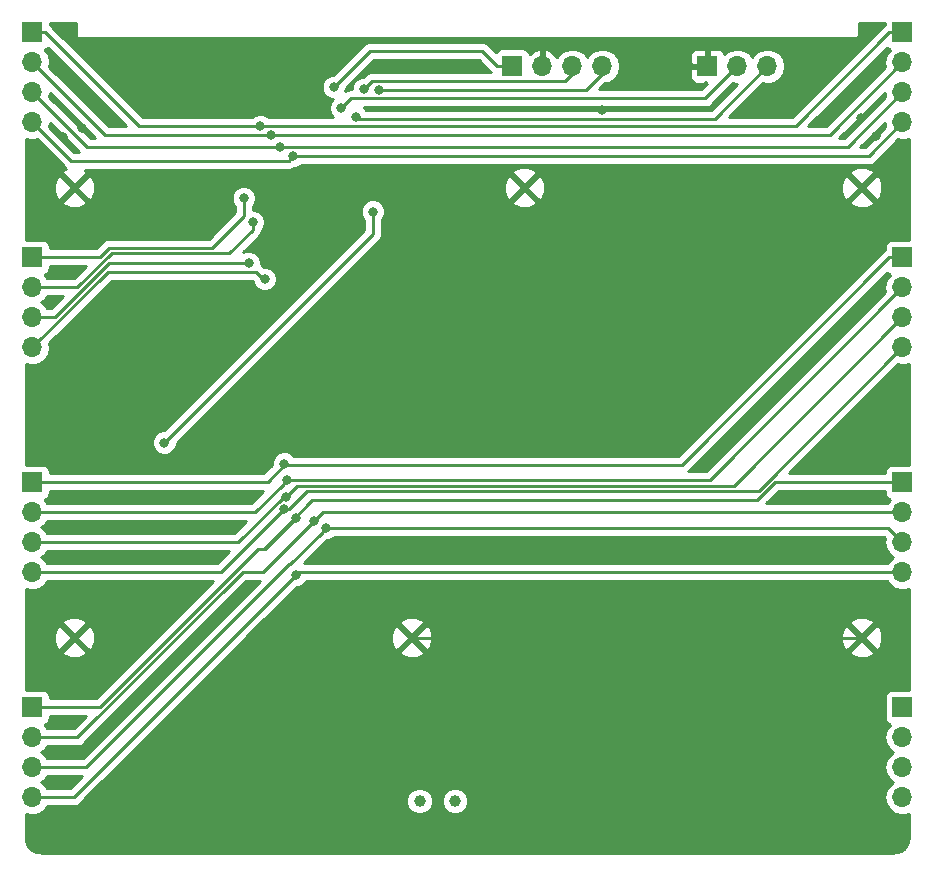
<source format=gbr>
G04 #@! TF.GenerationSoftware,KiCad,Pcbnew,(5.0.0)*
G04 #@! TF.CreationDate,2018-10-27T23:19:20-06:00*
G04 #@! TF.ProjectId,4x4_backpack,3478345F6261636B7061636B2E6B6963,rev?*
G04 #@! TF.SameCoordinates,Original*
G04 #@! TF.FileFunction,Copper,L2,Bot,Signal*
G04 #@! TF.FilePolarity,Positive*
%FSLAX46Y46*%
G04 Gerber Fmt 4.6, Leading zero omitted, Abs format (unit mm)*
G04 Created by KiCad (PCBNEW (5.0.0)) date 10/27/18 23:19:20*
%MOMM*%
%LPD*%
G01*
G04 APERTURE LIST*
G04 #@! TA.AperFunction,ComponentPad*
%ADD10R,1.700000X1.700000*%
G04 #@! TD*
G04 #@! TA.AperFunction,ComponentPad*
%ADD11O,1.700000X1.700000*%
G04 #@! TD*
G04 #@! TA.AperFunction,WasherPad*
%ADD12C,1.000000*%
G04 #@! TD*
G04 #@! TA.AperFunction,ViaPad*
%ADD13C,0.800000*%
G04 #@! TD*
G04 #@! TA.AperFunction,Conductor*
%ADD14C,0.250000*%
G04 #@! TD*
G04 #@! TA.AperFunction,Conductor*
%ADD15C,0.254000*%
G04 #@! TD*
G04 APERTURE END LIST*
D10*
G04 #@! TO.P,J1,1*
G04 #@! TO.N,ROW1*
X77470000Y-82232500D03*
D11*
G04 #@! TO.P,J1,2*
G04 #@! TO.N,ROW2*
X77470000Y-84772500D03*
G04 #@! TO.P,J1,3*
G04 #@! TO.N,ROW3*
X77470000Y-87312500D03*
G04 #@! TO.P,J1,4*
G04 #@! TO.N,ROW4*
X77470000Y-89852500D03*
G04 #@! TD*
G04 #@! TO.P,J2,4*
G04 #@! TO.N,COL4*
X77470000Y-108902500D03*
G04 #@! TO.P,J2,3*
G04 #@! TO.N,COL3*
X77470000Y-106362500D03*
G04 #@! TO.P,J2,2*
G04 #@! TO.N,COL2*
X77470000Y-103822500D03*
D10*
G04 #@! TO.P,J2,1*
G04 #@! TO.N,COL1*
X77470000Y-101282500D03*
G04 #@! TD*
G04 #@! TO.P,J3,1*
G04 #@! TO.N,COL5*
X77470000Y-120332500D03*
D11*
G04 #@! TO.P,J3,2*
G04 #@! TO.N,COL6*
X77470000Y-122872500D03*
G04 #@! TO.P,J3,3*
G04 #@! TO.N,COL7*
X77470000Y-125412500D03*
G04 #@! TO.P,J3,4*
G04 #@! TO.N,COL8*
X77470000Y-127952500D03*
G04 #@! TD*
G04 #@! TO.P,J4,4*
G04 #@! TO.N,COL12*
X77470000Y-147002500D03*
G04 #@! TO.P,J4,3*
G04 #@! TO.N,COL11*
X77470000Y-144462500D03*
G04 #@! TO.P,J4,2*
G04 #@! TO.N,COL10*
X77470000Y-141922500D03*
D10*
G04 #@! TO.P,J4,1*
G04 #@! TO.N,COL9*
X77470000Y-139382500D03*
G04 #@! TD*
G04 #@! TO.P,J5,1*
G04 #@! TO.N,ROW1*
X151130000Y-82232500D03*
D11*
G04 #@! TO.P,J5,2*
G04 #@! TO.N,ROW2*
X151130000Y-84772500D03*
G04 #@! TO.P,J5,3*
G04 #@! TO.N,ROW3*
X151130000Y-87312500D03*
G04 #@! TO.P,J5,4*
G04 #@! TO.N,ROW4*
X151130000Y-89852500D03*
G04 #@! TD*
G04 #@! TO.P,J6,4*
G04 #@! TO.N,COL8*
X151130000Y-108902500D03*
G04 #@! TO.P,J6,3*
G04 #@! TO.N,COL7*
X151130000Y-106362500D03*
G04 #@! TO.P,J6,2*
G04 #@! TO.N,COL6*
X151130000Y-103822500D03*
D10*
G04 #@! TO.P,J6,1*
G04 #@! TO.N,COL5*
X151130000Y-101282500D03*
G04 #@! TD*
G04 #@! TO.P,J7,1*
G04 #@! TO.N,COL9*
X151130000Y-120332500D03*
D11*
G04 #@! TO.P,J7,2*
G04 #@! TO.N,COL10*
X151130000Y-122872500D03*
G04 #@! TO.P,J7,3*
G04 #@! TO.N,COL11*
X151130000Y-125412500D03*
G04 #@! TO.P,J7,4*
G04 #@! TO.N,COL12*
X151130000Y-127952500D03*
G04 #@! TD*
G04 #@! TO.P,J8,4*
G04 #@! TO.N,COL16*
X151130000Y-147002500D03*
G04 #@! TO.P,J8,3*
G04 #@! TO.N,COL15*
X151130000Y-144462500D03*
G04 #@! TO.P,J8,2*
G04 #@! TO.N,COL14*
X151130000Y-141922500D03*
D10*
G04 #@! TO.P,J8,1*
G04 #@! TO.N,COL13*
X151130000Y-139382500D03*
G04 #@! TD*
G04 #@! TO.P,J9,1*
G04 #@! TO.N,VCC*
X118110000Y-85090000D03*
D11*
G04 #@! TO.P,J9,2*
G04 #@! TO.N,GND*
X120650000Y-85090000D03*
G04 #@! TO.P,J9,3*
G04 #@! TO.N,SWDCLK*
X123190000Y-85090000D03*
G04 #@! TO.P,J9,4*
G04 #@! TO.N,SWDIO*
X125730000Y-85090000D03*
G04 #@! TD*
D10*
G04 #@! TO.P,J10,1*
G04 #@! TO.N,GND*
X134620000Y-85090000D03*
D11*
G04 #@! TO.P,J10,2*
G04 #@! TO.N,TXD*
X137160000Y-85090000D03*
G04 #@! TO.P,J10,3*
G04 #@! TO.N,RXD*
X139700000Y-85090000D03*
G04 #@! TD*
D12*
G04 #@! TO.P,SW1,*
G04 #@! TO.N,*
X110260000Y-147320000D03*
X113260000Y-147320000D03*
G04 #@! TD*
D13*
G04 #@! TO.N,ROW1*
X96774000Y-90170000D03*
G04 #@! TO.N,ROW2*
X97663000Y-90932000D03*
G04 #@! TO.N,ROW3*
X98425000Y-91947994D03*
G04 #@! TO.N,ROW4*
X99568000Y-92710000D03*
G04 #@! TO.N,COL4*
X97155000Y-103124000D03*
G04 #@! TO.N,COL3*
X95810480Y-101763990D03*
G04 #@! TO.N,COL2*
X96139000Y-98298000D03*
G04 #@! TO.N,COL1*
X95377000Y-96266000D03*
G04 #@! TO.N,COL5*
X98806000Y-118745000D03*
G04 #@! TO.N,COL6*
X99060000Y-120142002D03*
G04 #@! TO.N,COL7*
X98933000Y-121539000D03*
G04 #@! TO.N,COL8*
X98747307Y-122621133D03*
G04 #@! TO.N,COL12*
X99822001Y-128143001D03*
G04 #@! TO.N,COL11*
X102361998Y-124206000D03*
G04 #@! TO.N,COL10*
X101345998Y-123571000D03*
G04 #@! TO.N,COL9*
X99822000Y-123316992D03*
G04 #@! TO.N,GND*
X99517200Y-99745800D03*
X102387400Y-97993200D03*
X104698800Y-96189800D03*
X107721400Y-102362000D03*
X97713800Y-85623400D03*
X87172800Y-85369400D03*
X141935200Y-86487000D03*
X146227800Y-117627400D03*
X128295400Y-126288800D03*
X84505800Y-121767600D03*
X84378800Y-124129800D03*
X84556600Y-126847600D03*
X141655800Y-111404400D03*
X101193600Y-112649000D03*
X103657400Y-112623600D03*
X97942400Y-96189800D03*
X114503200Y-84995001D03*
X146253200Y-87858600D03*
X147675600Y-89484200D03*
X148894800Y-90982800D03*
X82270600Y-87401400D03*
X81686400Y-90347800D03*
X80060800Y-91135200D03*
X80492600Y-102387400D03*
X79502000Y-104927400D03*
X87452200Y-137388600D03*
X80289400Y-140563600D03*
X80162400Y-145669000D03*
X143738600Y-121564400D03*
X125730000Y-88809990D03*
G04 #@! TO.N,VCC*
X102997000Y-86868000D03*
G04 #@! TO.N,RESET*
X88646000Y-116967000D03*
X106299000Y-97409000D03*
G04 #@! TO.N,SWDCLK*
X105537000Y-87031990D03*
G04 #@! TO.N,SWDIO*
X106807000Y-87085010D03*
G04 #@! TO.N,TXD*
X103632000Y-88646000D03*
G04 #@! TO.N,RXD*
X104902000Y-89408000D03*
G04 #@! TD*
D14*
G04 #@! TO.N,ROW1*
X78570000Y-82232500D02*
X86507500Y-90170000D01*
X86507500Y-90170000D02*
X96774000Y-90170000D01*
X151130000Y-82232500D02*
X150030000Y-82232500D01*
X77470000Y-82232500D02*
X78570000Y-82232500D01*
X150030000Y-82232500D02*
X142092500Y-90170000D01*
X142092500Y-90170000D02*
X96774000Y-90170000D01*
G04 #@! TO.N,ROW2*
X144970500Y-90932000D02*
X98228685Y-90932000D01*
X151130000Y-84772500D02*
X144970500Y-90932000D01*
X98228685Y-90932000D02*
X97663000Y-90932000D01*
X97097315Y-90932000D02*
X97663000Y-90932000D01*
X83629500Y-90932000D02*
X97097315Y-90932000D01*
X77470000Y-84772500D02*
X83629500Y-90932000D01*
G04 #@! TO.N,ROW3*
X77470000Y-87312500D02*
X82105494Y-91947994D01*
X151130000Y-87312500D02*
X146494506Y-91947994D01*
X82105494Y-91947994D02*
X97859315Y-91947994D01*
X98990685Y-91947994D02*
X98425000Y-91947994D01*
X146494506Y-91947994D02*
X98990685Y-91947994D01*
X97859315Y-91947994D02*
X98425000Y-91947994D01*
G04 #@! TO.N,ROW4*
X148272500Y-92710000D02*
X100133685Y-92710000D01*
X151130000Y-89852500D02*
X148272500Y-92710000D01*
X100133685Y-92710000D02*
X99568000Y-92710000D01*
X99168001Y-93109999D02*
X99568000Y-92710000D01*
X77470000Y-89852500D02*
X80727499Y-93109999D01*
X80727499Y-93109999D02*
X99168001Y-93109999D01*
G04 #@! TO.N,COL4*
X96393000Y-102489000D02*
X97028000Y-103124000D01*
X83883500Y-102489000D02*
X96393000Y-102489000D01*
X97028000Y-103124000D02*
X97155000Y-103124000D01*
X77470000Y-108902500D02*
X83883500Y-102489000D01*
G04 #@! TO.N,COL3*
X77470000Y-106362500D02*
X79373589Y-106362500D01*
X83972099Y-101763990D02*
X95244795Y-101763990D01*
X79373589Y-106362500D02*
X83972099Y-101763990D01*
X95244795Y-101763990D02*
X95810480Y-101763990D01*
G04 #@! TO.N,COL2*
X78672081Y-103822500D02*
X77470000Y-103822500D01*
X81277178Y-103822500D02*
X78672081Y-103822500D01*
X84192667Y-100907011D02*
X81277178Y-103822500D01*
X94164989Y-100907011D02*
X84192667Y-100907011D01*
X96139000Y-98298000D02*
X96139000Y-98933000D01*
X96139000Y-98933000D02*
X94164989Y-100907011D01*
G04 #@! TO.N,COL1*
X95377000Y-97790000D02*
X95377000Y-96266000D01*
X92710000Y-100457000D02*
X95377000Y-97790000D01*
X84006267Y-100457000D02*
X92710000Y-100457000D01*
X77470000Y-101282500D02*
X83180768Y-101282499D01*
X83180768Y-101282499D02*
X84006267Y-100457000D01*
G04 #@! TO.N,COL5*
X150030000Y-101282500D02*
X151130000Y-101282500D01*
X132440500Y-118872000D02*
X150030000Y-101282500D01*
X98806000Y-118872000D02*
X132440500Y-118872000D01*
X99060000Y-118745000D02*
X98806000Y-118745000D01*
X98806000Y-118872000D02*
X99187000Y-118872000D01*
X99187000Y-118872000D02*
X99060000Y-118745000D01*
X97409000Y-120269000D02*
X98806000Y-118872000D01*
X77470000Y-120332500D02*
X97345500Y-120332500D01*
X97345500Y-120332500D02*
X97409000Y-120269000D01*
G04 #@! TO.N,COL6*
X96329502Y-122872500D02*
X98660001Y-120542001D01*
X134810498Y-120142002D02*
X99625685Y-120142002D01*
X151130000Y-103822500D02*
X134810498Y-120142002D01*
X98660001Y-120542001D02*
X99060000Y-120142002D01*
X99625685Y-120142002D02*
X99060000Y-120142002D01*
X77470000Y-122872500D02*
X96329502Y-122872500D01*
G04 #@! TO.N,COL7*
X136874515Y-120617985D02*
X99854015Y-120617985D01*
X94882936Y-125412500D02*
X98756436Y-121539000D01*
X98756436Y-121539000D02*
X98933000Y-121539000D01*
X77470000Y-125412500D02*
X94882936Y-125412500D01*
X99854015Y-120617985D02*
X99332999Y-121139001D01*
X151130000Y-106362500D02*
X136874515Y-120617985D01*
X99332999Y-121139001D02*
X98933000Y-121539000D01*
G04 #@! TO.N,COL8*
X98347308Y-123021132D02*
X98747307Y-122621133D01*
X93415940Y-127952500D02*
X98347308Y-123021132D01*
X77470000Y-127952500D02*
X93415940Y-127952500D01*
X138964504Y-121067996D02*
X100744000Y-121067996D01*
X100744000Y-121067996D02*
X99190863Y-122621133D01*
X151130000Y-108902500D02*
X138964504Y-121067996D01*
X99190863Y-122621133D02*
X98747307Y-122621133D01*
G04 #@! TO.N,COL12*
X151130000Y-127952500D02*
X100012502Y-127952500D01*
X99422002Y-128543000D02*
X99822001Y-128143001D01*
X77470000Y-147002500D02*
X80962502Y-147002500D01*
X100012502Y-127952500D02*
X99822001Y-128143001D01*
X80962502Y-147002500D02*
X99422002Y-128543000D01*
G04 #@! TO.N,COL11*
X102927683Y-124206000D02*
X102361998Y-124206000D01*
X151130000Y-125412500D02*
X149923500Y-124206000D01*
X149923500Y-124206000D02*
X102927683Y-124206000D01*
X99219998Y-127290998D02*
X99277000Y-127290998D01*
X99277000Y-127290998D02*
X101961999Y-124605999D01*
X101961999Y-124605999D02*
X102361998Y-124206000D01*
X77470000Y-144462500D02*
X82048496Y-144462500D01*
X82048496Y-144462500D02*
X99219998Y-127290998D01*
G04 #@! TO.N,COL10*
X96995985Y-127921013D02*
X100945999Y-123970999D01*
X102044498Y-122872500D02*
X101745997Y-123171001D01*
X77470000Y-141922500D02*
X81277178Y-141922500D01*
X151130000Y-122872500D02*
X102044498Y-122872500D01*
X101745997Y-123171001D02*
X101345998Y-123571000D01*
X100945999Y-123970999D02*
X101345998Y-123571000D01*
X95278665Y-127921013D02*
X96995985Y-127921013D01*
X81277178Y-141922500D02*
X95278665Y-127921013D01*
G04 #@! TO.N,COL9*
X83180767Y-139382500D02*
X96616265Y-125947002D01*
X77470000Y-139382500D02*
X83180767Y-139382500D01*
X96616265Y-125947002D02*
X96774000Y-125947002D01*
X150030000Y-120332500D02*
X151130000Y-120332500D01*
X140336411Y-120332500D02*
X150030000Y-120332500D01*
X138806900Y-121862011D02*
X140336411Y-120332500D01*
X101149989Y-121862011D02*
X138806900Y-121862011D01*
X96774000Y-125947002D02*
X97064998Y-125947002D01*
X97064998Y-125947002D02*
X101149989Y-121862011D01*
X97191990Y-125947002D02*
X99422001Y-123716991D01*
X97064998Y-125947002D02*
X97191990Y-125947002D01*
X99422001Y-123716991D02*
X99822000Y-123316992D01*
G04 #@! TO.N,GND*
X147701000Y-133477000D02*
X109601000Y-133477000D01*
G04 #@! TO.N,VCC*
X116840000Y-85090000D02*
X118110000Y-85090000D01*
X115570000Y-83820000D02*
X116840000Y-85090000D01*
X102997000Y-86868000D02*
X106045000Y-83820000D01*
X106045000Y-83820000D02*
X115570000Y-83820000D01*
G04 #@! TO.N,RESET*
X88646000Y-116967000D02*
X106299000Y-99314000D01*
X106299000Y-99314000D02*
X106299000Y-97409000D01*
G04 #@! TO.N,SWDCLK*
X105936999Y-86631991D02*
X105537000Y-87031990D01*
X106208990Y-86360000D02*
X105936999Y-86631991D01*
X122555000Y-86360000D02*
X106208990Y-86360000D01*
X123190000Y-85090000D02*
X123190000Y-85725000D01*
X123190000Y-85725000D02*
X122555000Y-86360000D01*
G04 #@! TO.N,SWDIO*
X107372685Y-87085010D02*
X106807000Y-87085010D01*
X124369990Y-87085010D02*
X107372685Y-87085010D01*
X125730000Y-85090000D02*
X125730000Y-85725000D01*
X125730000Y-85725000D02*
X124369990Y-87085010D01*
G04 #@! TO.N,TXD*
X104467988Y-87810012D02*
X104031999Y-88246001D01*
X137160000Y-85090000D02*
X134439988Y-87810012D01*
X104031999Y-88246001D02*
X103632000Y-88646000D01*
X134439988Y-87810012D02*
X104467988Y-87810012D01*
G04 #@! TO.N,RXD*
X139700000Y-85090000D02*
X139700000Y-84455000D01*
X135255000Y-89535000D02*
X139700000Y-85090000D01*
X105029000Y-89535000D02*
X135255000Y-89535000D01*
X104902000Y-89408000D02*
X105029000Y-89535000D01*
G04 #@! TD*
D15*
G04 #@! TO.N,GND*
G36*
X150059375Y-129023125D02*
X150550582Y-129351339D01*
X150983744Y-129437500D01*
X151276256Y-129437500D01*
X151690000Y-129355201D01*
X151690000Y-137885060D01*
X150280000Y-137885060D01*
X150032235Y-137934343D01*
X149822191Y-138074691D01*
X149681843Y-138284735D01*
X149632560Y-138532500D01*
X149632560Y-140232500D01*
X149681843Y-140480265D01*
X149822191Y-140690309D01*
X150032235Y-140830657D01*
X150077619Y-140839684D01*
X150059375Y-140851875D01*
X149731161Y-141343082D01*
X149615908Y-141922500D01*
X149731161Y-142501918D01*
X150059375Y-142993125D01*
X150357761Y-143192500D01*
X150059375Y-143391875D01*
X149731161Y-143883082D01*
X149615908Y-144462500D01*
X149731161Y-145041918D01*
X150059375Y-145533125D01*
X150357761Y-145732500D01*
X150059375Y-145931875D01*
X149731161Y-146423082D01*
X149615908Y-147002500D01*
X149731161Y-147581918D01*
X150059375Y-148073125D01*
X150550582Y-148401339D01*
X150983744Y-148487500D01*
X151276256Y-148487500D01*
X151690000Y-148405201D01*
X151690000Y-150328773D01*
X151673751Y-150381922D01*
X151672423Y-150390803D01*
X151610774Y-150821276D01*
X151474352Y-151121322D01*
X151259200Y-151371018D01*
X150982614Y-151550292D01*
X150642479Y-151652013D01*
X150440530Y-151667021D01*
X150336016Y-151690000D01*
X78271227Y-151690000D01*
X78218078Y-151673751D01*
X78209197Y-151672423D01*
X77778724Y-151610774D01*
X77478678Y-151474352D01*
X77228982Y-151259200D01*
X77049708Y-150982614D01*
X76947987Y-150642479D01*
X76932979Y-150440530D01*
X76910000Y-150336016D01*
X76910000Y-148405201D01*
X77323744Y-148487500D01*
X77616256Y-148487500D01*
X78049418Y-148401339D01*
X78540625Y-148073125D01*
X78748178Y-147762500D01*
X80887655Y-147762500D01*
X80962502Y-147777388D01*
X81037349Y-147762500D01*
X81037354Y-147762500D01*
X81259039Y-147718404D01*
X81510431Y-147550429D01*
X81552833Y-147486970D01*
X81945569Y-147094234D01*
X109125000Y-147094234D01*
X109125000Y-147545766D01*
X109297793Y-147962926D01*
X109617074Y-148282207D01*
X110034234Y-148455000D01*
X110485766Y-148455000D01*
X110902926Y-148282207D01*
X111222207Y-147962926D01*
X111395000Y-147545766D01*
X111395000Y-147094234D01*
X112125000Y-147094234D01*
X112125000Y-147545766D01*
X112297793Y-147962926D01*
X112617074Y-148282207D01*
X113034234Y-148455000D01*
X113485766Y-148455000D01*
X113902926Y-148282207D01*
X114222207Y-147962926D01*
X114395000Y-147545766D01*
X114395000Y-147094234D01*
X114222207Y-146677074D01*
X113902926Y-146357793D01*
X113485766Y-146185000D01*
X113034234Y-146185000D01*
X112617074Y-146357793D01*
X112297793Y-146677074D01*
X112125000Y-147094234D01*
X111395000Y-147094234D01*
X111222207Y-146677074D01*
X110902926Y-146357793D01*
X110485766Y-146185000D01*
X110034234Y-146185000D01*
X109617074Y-146357793D01*
X109297793Y-146677074D01*
X109125000Y-147094234D01*
X81945569Y-147094234D01*
X94337935Y-134701868D01*
X108555737Y-134701868D01*
X108666641Y-134979099D01*
X109312593Y-135222323D01*
X110002453Y-135199836D01*
X110535359Y-134979099D01*
X110646263Y-134701868D01*
X146655737Y-134701868D01*
X146766641Y-134979099D01*
X147412593Y-135222323D01*
X148102453Y-135199836D01*
X148635359Y-134979099D01*
X148746263Y-134701868D01*
X147701000Y-133656605D01*
X146655737Y-134701868D01*
X110646263Y-134701868D01*
X109601000Y-133656605D01*
X108555737Y-134701868D01*
X94337935Y-134701868D01*
X95851210Y-133188593D01*
X107855677Y-133188593D01*
X107878164Y-133878453D01*
X108098901Y-134411359D01*
X108376132Y-134522263D01*
X109421395Y-133477000D01*
X109780605Y-133477000D01*
X110825868Y-134522263D01*
X111103099Y-134411359D01*
X111346323Y-133765407D01*
X111327521Y-133188593D01*
X145955677Y-133188593D01*
X145978164Y-133878453D01*
X146198901Y-134411359D01*
X146476132Y-134522263D01*
X147521395Y-133477000D01*
X147880605Y-133477000D01*
X148925868Y-134522263D01*
X149203099Y-134411359D01*
X149446323Y-133765407D01*
X149423836Y-133075547D01*
X149203099Y-132542641D01*
X148925868Y-132431737D01*
X147880605Y-133477000D01*
X147521395Y-133477000D01*
X146476132Y-132431737D01*
X146198901Y-132542641D01*
X145955677Y-133188593D01*
X111327521Y-133188593D01*
X111323836Y-133075547D01*
X111103099Y-132542641D01*
X110825868Y-132431737D01*
X109780605Y-133477000D01*
X109421395Y-133477000D01*
X108376132Y-132431737D01*
X108098901Y-132542641D01*
X107855677Y-133188593D01*
X95851210Y-133188593D01*
X96787671Y-132252132D01*
X108555737Y-132252132D01*
X109601000Y-133297395D01*
X110646263Y-132252132D01*
X146655737Y-132252132D01*
X147701000Y-133297395D01*
X148746263Y-132252132D01*
X148635359Y-131974901D01*
X147989407Y-131731677D01*
X147299547Y-131754164D01*
X146766641Y-131974901D01*
X146655737Y-132252132D01*
X110646263Y-132252132D01*
X110535359Y-131974901D01*
X109889407Y-131731677D01*
X109199547Y-131754164D01*
X108666641Y-131974901D01*
X108555737Y-132252132D01*
X96787671Y-132252132D01*
X99861803Y-129178001D01*
X100027875Y-129178001D01*
X100408281Y-129020432D01*
X100699432Y-128729281D01*
X100706383Y-128712500D01*
X149851822Y-128712500D01*
X150059375Y-129023125D01*
X150059375Y-129023125D01*
G37*
X150059375Y-129023125D02*
X150550582Y-129351339D01*
X150983744Y-129437500D01*
X151276256Y-129437500D01*
X151690000Y-129355201D01*
X151690000Y-137885060D01*
X150280000Y-137885060D01*
X150032235Y-137934343D01*
X149822191Y-138074691D01*
X149681843Y-138284735D01*
X149632560Y-138532500D01*
X149632560Y-140232500D01*
X149681843Y-140480265D01*
X149822191Y-140690309D01*
X150032235Y-140830657D01*
X150077619Y-140839684D01*
X150059375Y-140851875D01*
X149731161Y-141343082D01*
X149615908Y-141922500D01*
X149731161Y-142501918D01*
X150059375Y-142993125D01*
X150357761Y-143192500D01*
X150059375Y-143391875D01*
X149731161Y-143883082D01*
X149615908Y-144462500D01*
X149731161Y-145041918D01*
X150059375Y-145533125D01*
X150357761Y-145732500D01*
X150059375Y-145931875D01*
X149731161Y-146423082D01*
X149615908Y-147002500D01*
X149731161Y-147581918D01*
X150059375Y-148073125D01*
X150550582Y-148401339D01*
X150983744Y-148487500D01*
X151276256Y-148487500D01*
X151690000Y-148405201D01*
X151690000Y-150328773D01*
X151673751Y-150381922D01*
X151672423Y-150390803D01*
X151610774Y-150821276D01*
X151474352Y-151121322D01*
X151259200Y-151371018D01*
X150982614Y-151550292D01*
X150642479Y-151652013D01*
X150440530Y-151667021D01*
X150336016Y-151690000D01*
X78271227Y-151690000D01*
X78218078Y-151673751D01*
X78209197Y-151672423D01*
X77778724Y-151610774D01*
X77478678Y-151474352D01*
X77228982Y-151259200D01*
X77049708Y-150982614D01*
X76947987Y-150642479D01*
X76932979Y-150440530D01*
X76910000Y-150336016D01*
X76910000Y-148405201D01*
X77323744Y-148487500D01*
X77616256Y-148487500D01*
X78049418Y-148401339D01*
X78540625Y-148073125D01*
X78748178Y-147762500D01*
X80887655Y-147762500D01*
X80962502Y-147777388D01*
X81037349Y-147762500D01*
X81037354Y-147762500D01*
X81259039Y-147718404D01*
X81510431Y-147550429D01*
X81552833Y-147486970D01*
X81945569Y-147094234D01*
X109125000Y-147094234D01*
X109125000Y-147545766D01*
X109297793Y-147962926D01*
X109617074Y-148282207D01*
X110034234Y-148455000D01*
X110485766Y-148455000D01*
X110902926Y-148282207D01*
X111222207Y-147962926D01*
X111395000Y-147545766D01*
X111395000Y-147094234D01*
X112125000Y-147094234D01*
X112125000Y-147545766D01*
X112297793Y-147962926D01*
X112617074Y-148282207D01*
X113034234Y-148455000D01*
X113485766Y-148455000D01*
X113902926Y-148282207D01*
X114222207Y-147962926D01*
X114395000Y-147545766D01*
X114395000Y-147094234D01*
X114222207Y-146677074D01*
X113902926Y-146357793D01*
X113485766Y-146185000D01*
X113034234Y-146185000D01*
X112617074Y-146357793D01*
X112297793Y-146677074D01*
X112125000Y-147094234D01*
X111395000Y-147094234D01*
X111222207Y-146677074D01*
X110902926Y-146357793D01*
X110485766Y-146185000D01*
X110034234Y-146185000D01*
X109617074Y-146357793D01*
X109297793Y-146677074D01*
X109125000Y-147094234D01*
X81945569Y-147094234D01*
X94337935Y-134701868D01*
X108555737Y-134701868D01*
X108666641Y-134979099D01*
X109312593Y-135222323D01*
X110002453Y-135199836D01*
X110535359Y-134979099D01*
X110646263Y-134701868D01*
X146655737Y-134701868D01*
X146766641Y-134979099D01*
X147412593Y-135222323D01*
X148102453Y-135199836D01*
X148635359Y-134979099D01*
X148746263Y-134701868D01*
X147701000Y-133656605D01*
X146655737Y-134701868D01*
X110646263Y-134701868D01*
X109601000Y-133656605D01*
X108555737Y-134701868D01*
X94337935Y-134701868D01*
X95851210Y-133188593D01*
X107855677Y-133188593D01*
X107878164Y-133878453D01*
X108098901Y-134411359D01*
X108376132Y-134522263D01*
X109421395Y-133477000D01*
X109780605Y-133477000D01*
X110825868Y-134522263D01*
X111103099Y-134411359D01*
X111346323Y-133765407D01*
X111327521Y-133188593D01*
X145955677Y-133188593D01*
X145978164Y-133878453D01*
X146198901Y-134411359D01*
X146476132Y-134522263D01*
X147521395Y-133477000D01*
X147880605Y-133477000D01*
X148925868Y-134522263D01*
X149203099Y-134411359D01*
X149446323Y-133765407D01*
X149423836Y-133075547D01*
X149203099Y-132542641D01*
X148925868Y-132431737D01*
X147880605Y-133477000D01*
X147521395Y-133477000D01*
X146476132Y-132431737D01*
X146198901Y-132542641D01*
X145955677Y-133188593D01*
X111327521Y-133188593D01*
X111323836Y-133075547D01*
X111103099Y-132542641D01*
X110825868Y-132431737D01*
X109780605Y-133477000D01*
X109421395Y-133477000D01*
X108376132Y-132431737D01*
X108098901Y-132542641D01*
X107855677Y-133188593D01*
X95851210Y-133188593D01*
X96787671Y-132252132D01*
X108555737Y-132252132D01*
X109601000Y-133297395D01*
X110646263Y-132252132D01*
X146655737Y-132252132D01*
X147701000Y-133297395D01*
X148746263Y-132252132D01*
X148635359Y-131974901D01*
X147989407Y-131731677D01*
X147299547Y-131754164D01*
X146766641Y-131974901D01*
X146655737Y-132252132D01*
X110646263Y-132252132D01*
X110535359Y-131974901D01*
X109889407Y-131731677D01*
X109199547Y-131754164D01*
X108666641Y-131974901D01*
X108555737Y-132252132D01*
X96787671Y-132252132D01*
X99861803Y-129178001D01*
X100027875Y-129178001D01*
X100408281Y-129020432D01*
X100699432Y-128729281D01*
X100706383Y-128712500D01*
X149851822Y-128712500D01*
X150059375Y-129023125D01*
G36*
X80647701Y-146242500D02*
X78748178Y-146242500D01*
X78540625Y-145931875D01*
X78242239Y-145732500D01*
X78540625Y-145533125D01*
X78748178Y-145222500D01*
X81667701Y-145222500D01*
X80647701Y-146242500D01*
X80647701Y-146242500D01*
G37*
X80647701Y-146242500D02*
X78748178Y-146242500D01*
X78540625Y-145931875D01*
X78242239Y-145732500D01*
X78540625Y-145533125D01*
X78748178Y-145222500D01*
X81667701Y-145222500D01*
X80647701Y-146242500D01*
G36*
X81733695Y-143702500D02*
X78748178Y-143702500D01*
X78540625Y-143391875D01*
X78242239Y-143192500D01*
X78540625Y-142993125D01*
X78748178Y-142682500D01*
X81202331Y-142682500D01*
X81277178Y-142697388D01*
X81352025Y-142682500D01*
X81352030Y-142682500D01*
X81573715Y-142638404D01*
X81825107Y-142470429D01*
X81867509Y-142406970D01*
X95593467Y-128681013D01*
X96755181Y-128681013D01*
X81733695Y-143702500D01*
X81733695Y-143702500D01*
G37*
X81733695Y-143702500D02*
X78748178Y-143702500D01*
X78540625Y-143391875D01*
X78242239Y-143192500D01*
X78540625Y-142993125D01*
X78748178Y-142682500D01*
X81202331Y-142682500D01*
X81277178Y-142697388D01*
X81352025Y-142682500D01*
X81352030Y-142682500D01*
X81573715Y-142638404D01*
X81825107Y-142470429D01*
X81867509Y-142406970D01*
X95593467Y-128681013D01*
X96755181Y-128681013D01*
X81733695Y-143702500D01*
G36*
X80962377Y-141162500D02*
X78748178Y-141162500D01*
X78540625Y-140851875D01*
X78522381Y-140839684D01*
X78567765Y-140830657D01*
X78777809Y-140690309D01*
X78918157Y-140480265D01*
X78967440Y-140232500D01*
X78967440Y-140142500D01*
X81982377Y-140142500D01*
X80962377Y-141162500D01*
X80962377Y-141162500D01*
G37*
X80962377Y-141162500D02*
X78748178Y-141162500D01*
X78540625Y-140851875D01*
X78522381Y-140839684D01*
X78567765Y-140830657D01*
X78777809Y-140690309D01*
X78918157Y-140480265D01*
X78967440Y-140232500D01*
X78967440Y-140142500D01*
X81982377Y-140142500D01*
X80962377Y-141162500D01*
G36*
X82865966Y-138622500D02*
X78967440Y-138622500D01*
X78967440Y-138532500D01*
X78918157Y-138284735D01*
X78777809Y-138074691D01*
X78567765Y-137934343D01*
X78320000Y-137885060D01*
X76910000Y-137885060D01*
X76910000Y-134701868D01*
X79980737Y-134701868D01*
X80091641Y-134979099D01*
X80737593Y-135222323D01*
X81427453Y-135199836D01*
X81960359Y-134979099D01*
X82071263Y-134701868D01*
X81026000Y-133656605D01*
X79980737Y-134701868D01*
X76910000Y-134701868D01*
X76910000Y-133188593D01*
X79280677Y-133188593D01*
X79303164Y-133878453D01*
X79523901Y-134411359D01*
X79801132Y-134522263D01*
X80846395Y-133477000D01*
X81205605Y-133477000D01*
X82250868Y-134522263D01*
X82528099Y-134411359D01*
X82771323Y-133765407D01*
X82748836Y-133075547D01*
X82528099Y-132542641D01*
X82250868Y-132431737D01*
X81205605Y-133477000D01*
X80846395Y-133477000D01*
X79801132Y-132431737D01*
X79523901Y-132542641D01*
X79280677Y-133188593D01*
X76910000Y-133188593D01*
X76910000Y-132252132D01*
X79980737Y-132252132D01*
X81026000Y-133297395D01*
X82071263Y-132252132D01*
X81960359Y-131974901D01*
X81314407Y-131731677D01*
X80624547Y-131754164D01*
X80091641Y-131974901D01*
X79980737Y-132252132D01*
X76910000Y-132252132D01*
X76910000Y-129355201D01*
X77323744Y-129437500D01*
X77616256Y-129437500D01*
X78049418Y-129351339D01*
X78540625Y-129023125D01*
X78748178Y-128712500D01*
X92775964Y-128712500D01*
X82865966Y-138622500D01*
X82865966Y-138622500D01*
G37*
X82865966Y-138622500D02*
X78967440Y-138622500D01*
X78967440Y-138532500D01*
X78918157Y-138284735D01*
X78777809Y-138074691D01*
X78567765Y-137934343D01*
X78320000Y-137885060D01*
X76910000Y-137885060D01*
X76910000Y-134701868D01*
X79980737Y-134701868D01*
X80091641Y-134979099D01*
X80737593Y-135222323D01*
X81427453Y-135199836D01*
X81960359Y-134979099D01*
X82071263Y-134701868D01*
X81026000Y-133656605D01*
X79980737Y-134701868D01*
X76910000Y-134701868D01*
X76910000Y-133188593D01*
X79280677Y-133188593D01*
X79303164Y-133878453D01*
X79523901Y-134411359D01*
X79801132Y-134522263D01*
X80846395Y-133477000D01*
X81205605Y-133477000D01*
X82250868Y-134522263D01*
X82528099Y-134411359D01*
X82771323Y-133765407D01*
X82748836Y-133075547D01*
X82528099Y-132542641D01*
X82250868Y-132431737D01*
X81205605Y-133477000D01*
X80846395Y-133477000D01*
X79801132Y-132431737D01*
X79523901Y-132542641D01*
X79280677Y-133188593D01*
X76910000Y-133188593D01*
X76910000Y-132252132D01*
X79980737Y-132252132D01*
X81026000Y-133297395D01*
X82071263Y-132252132D01*
X81960359Y-131974901D01*
X81314407Y-131731677D01*
X80624547Y-131754164D01*
X80091641Y-131974901D01*
X79980737Y-132252132D01*
X76910000Y-132252132D01*
X76910000Y-129355201D01*
X77323744Y-129437500D01*
X77616256Y-129437500D01*
X78049418Y-129351339D01*
X78540625Y-129023125D01*
X78748178Y-128712500D01*
X92775964Y-128712500D01*
X82865966Y-138622500D01*
G36*
X149688791Y-125046092D02*
X149615908Y-125412500D01*
X149731161Y-125991918D01*
X150059375Y-126483125D01*
X150357761Y-126682500D01*
X150059375Y-126881875D01*
X149851822Y-127192500D01*
X100450299Y-127192500D01*
X102401800Y-125241000D01*
X102567872Y-125241000D01*
X102948278Y-125083431D01*
X103065709Y-124966000D01*
X149608699Y-124966000D01*
X149688791Y-125046092D01*
X149688791Y-125046092D01*
G37*
X149688791Y-125046092D02*
X149615908Y-125412500D01*
X149731161Y-125991918D01*
X150059375Y-126483125D01*
X150357761Y-126682500D01*
X150059375Y-126881875D01*
X149851822Y-127192500D01*
X100450299Y-127192500D01*
X102401800Y-125241000D01*
X102567872Y-125241000D01*
X102948278Y-125083431D01*
X103065709Y-124966000D01*
X149608699Y-124966000D01*
X149688791Y-125046092D01*
G36*
X93101139Y-127192500D02*
X78748178Y-127192500D01*
X78540625Y-126881875D01*
X78242239Y-126682500D01*
X78540625Y-126483125D01*
X78748178Y-126172500D01*
X94121139Y-126172500D01*
X93101139Y-127192500D01*
X93101139Y-127192500D01*
G37*
X93101139Y-127192500D02*
X78748178Y-127192500D01*
X78540625Y-126881875D01*
X78242239Y-126682500D01*
X78540625Y-126483125D01*
X78748178Y-126172500D01*
X94121139Y-126172500D01*
X93101139Y-127192500D01*
G36*
X94568135Y-124652500D02*
X78748178Y-124652500D01*
X78540625Y-124341875D01*
X78242239Y-124142500D01*
X78540625Y-123943125D01*
X78748178Y-123632500D01*
X95588135Y-123632500D01*
X94568135Y-124652500D01*
X94568135Y-124652500D01*
G37*
X94568135Y-124652500D02*
X78748178Y-124652500D01*
X78540625Y-124341875D01*
X78242239Y-124142500D01*
X78540625Y-123943125D01*
X78748178Y-123632500D01*
X95588135Y-123632500D01*
X94568135Y-124652500D01*
G36*
X96014701Y-122112500D02*
X78748178Y-122112500D01*
X78540625Y-121801875D01*
X78522381Y-121789684D01*
X78567765Y-121780657D01*
X78777809Y-121640309D01*
X78918157Y-121430265D01*
X78967440Y-121182500D01*
X78967440Y-121092500D01*
X97034700Y-121092500D01*
X96014701Y-122112500D01*
X96014701Y-122112500D01*
G37*
X96014701Y-122112500D02*
X78748178Y-122112500D01*
X78540625Y-121801875D01*
X78522381Y-121789684D01*
X78567765Y-121780657D01*
X78777809Y-121640309D01*
X78918157Y-121430265D01*
X78967440Y-121182500D01*
X78967440Y-121092500D01*
X97034700Y-121092500D01*
X96014701Y-122112500D01*
G36*
X149632560Y-121182500D02*
X149681843Y-121430265D01*
X149822191Y-121640309D01*
X150032235Y-121780657D01*
X150077619Y-121789684D01*
X150059375Y-121801875D01*
X149851822Y-122112500D01*
X139631212Y-122112500D01*
X140651213Y-121092500D01*
X149632560Y-121092500D01*
X149632560Y-121182500D01*
X149632560Y-121182500D01*
G37*
X149632560Y-121182500D02*
X149681843Y-121430265D01*
X149822191Y-121640309D01*
X150032235Y-121780657D01*
X150077619Y-121789684D01*
X150059375Y-121801875D01*
X149851822Y-122112500D01*
X139631212Y-122112500D01*
X140651213Y-121092500D01*
X149632560Y-121092500D01*
X149632560Y-121182500D01*
G36*
X151690000Y-118835060D02*
X150280000Y-118835060D01*
X150032235Y-118884343D01*
X149822191Y-119024691D01*
X149681843Y-119234735D01*
X149632560Y-119482500D01*
X149632560Y-119572500D01*
X141534801Y-119572500D01*
X150763593Y-110343709D01*
X150983744Y-110387500D01*
X151276256Y-110387500D01*
X151690001Y-110305201D01*
X151690000Y-118835060D01*
X151690000Y-118835060D01*
G37*
X151690000Y-118835060D02*
X150280000Y-118835060D01*
X150032235Y-118884343D01*
X149822191Y-119024691D01*
X149681843Y-119234735D01*
X149632560Y-119482500D01*
X149632560Y-119572500D01*
X141534801Y-119572500D01*
X150763593Y-110343709D01*
X150983744Y-110387500D01*
X151276256Y-110387500D01*
X151690001Y-110305201D01*
X151690000Y-118835060D01*
G36*
X151690001Y-99785060D02*
X150280000Y-99785060D01*
X150032235Y-99834343D01*
X149822191Y-99974691D01*
X149681843Y-100184735D01*
X149632560Y-100432500D01*
X149632560Y-100634017D01*
X149545526Y-100692171D01*
X149545524Y-100692173D01*
X149482071Y-100734571D01*
X149439673Y-100798024D01*
X132125699Y-118112000D01*
X99636711Y-118112000D01*
X99392280Y-117867569D01*
X99011874Y-117710000D01*
X98600126Y-117710000D01*
X98219720Y-117867569D01*
X97928569Y-118158720D01*
X97771000Y-118539126D01*
X97771000Y-118832198D01*
X97030699Y-119572500D01*
X78967440Y-119572500D01*
X78967440Y-119482500D01*
X78918157Y-119234735D01*
X78777809Y-119024691D01*
X78567765Y-118884343D01*
X78320000Y-118835060D01*
X76910000Y-118835060D01*
X76910000Y-116761126D01*
X87611000Y-116761126D01*
X87611000Y-117172874D01*
X87768569Y-117553280D01*
X88059720Y-117844431D01*
X88440126Y-118002000D01*
X88851874Y-118002000D01*
X89232280Y-117844431D01*
X89523431Y-117553280D01*
X89681000Y-117172874D01*
X89681000Y-117006801D01*
X106783473Y-99904329D01*
X106846929Y-99861929D01*
X107014904Y-99610537D01*
X107059000Y-99388852D01*
X107059000Y-99388848D01*
X107073888Y-99314001D01*
X107059000Y-99239154D01*
X107059000Y-98112711D01*
X107176431Y-97995280D01*
X107334000Y-97614874D01*
X107334000Y-97203126D01*
X107176431Y-96822720D01*
X106955579Y-96601868D01*
X118080737Y-96601868D01*
X118191641Y-96879099D01*
X118837593Y-97122323D01*
X119527453Y-97099836D01*
X120060359Y-96879099D01*
X120171263Y-96601868D01*
X146655737Y-96601868D01*
X146766641Y-96879099D01*
X147412593Y-97122323D01*
X148102453Y-97099836D01*
X148635359Y-96879099D01*
X148746263Y-96601868D01*
X147701000Y-95556605D01*
X146655737Y-96601868D01*
X120171263Y-96601868D01*
X119126000Y-95556605D01*
X118080737Y-96601868D01*
X106955579Y-96601868D01*
X106885280Y-96531569D01*
X106504874Y-96374000D01*
X106093126Y-96374000D01*
X105712720Y-96531569D01*
X105421569Y-96822720D01*
X105264000Y-97203126D01*
X105264000Y-97614874D01*
X105421569Y-97995280D01*
X105539001Y-98112712D01*
X105539000Y-98999198D01*
X88606199Y-115932000D01*
X88440126Y-115932000D01*
X88059720Y-116089569D01*
X87768569Y-116380720D01*
X87611000Y-116761126D01*
X76910000Y-116761126D01*
X76910000Y-110305201D01*
X77323744Y-110387500D01*
X77616256Y-110387500D01*
X78049418Y-110301339D01*
X78540625Y-109973125D01*
X78868839Y-109481918D01*
X78984092Y-108902500D01*
X78911209Y-108536092D01*
X84198302Y-103249000D01*
X96078199Y-103249000D01*
X96120000Y-103290801D01*
X96120000Y-103329874D01*
X96277569Y-103710280D01*
X96568720Y-104001431D01*
X96949126Y-104159000D01*
X97360874Y-104159000D01*
X97741280Y-104001431D01*
X98032431Y-103710280D01*
X98190000Y-103329874D01*
X98190000Y-102918126D01*
X98032431Y-102537720D01*
X97741280Y-102246569D01*
X97360874Y-102089000D01*
X97067801Y-102089000D01*
X96983331Y-102004530D01*
X96940929Y-101941071D01*
X96845480Y-101877294D01*
X96845480Y-101558116D01*
X96687911Y-101177710D01*
X96396760Y-100886559D01*
X96016354Y-100728990D01*
X95604606Y-100728990D01*
X95285728Y-100861073D01*
X96623473Y-99523329D01*
X96686929Y-99480929D01*
X96854904Y-99229537D01*
X96899000Y-99007852D01*
X96899000Y-99007848D01*
X96900524Y-99000187D01*
X97016431Y-98884280D01*
X97174000Y-98503874D01*
X97174000Y-98092126D01*
X97016431Y-97711720D01*
X96725280Y-97420569D01*
X96344874Y-97263000D01*
X96137000Y-97263000D01*
X96137000Y-96969711D01*
X96254431Y-96852280D01*
X96412000Y-96471874D01*
X96412000Y-96060126D01*
X96254431Y-95679720D01*
X95963280Y-95388569D01*
X95582874Y-95231000D01*
X95171126Y-95231000D01*
X94790720Y-95388569D01*
X94499569Y-95679720D01*
X94342000Y-96060126D01*
X94342000Y-96471874D01*
X94499569Y-96852280D01*
X94617001Y-96969712D01*
X94617000Y-97475198D01*
X92395199Y-99697000D01*
X84081114Y-99697000D01*
X84006267Y-99682112D01*
X83931420Y-99697000D01*
X83931415Y-99697000D01*
X83709730Y-99741096D01*
X83458338Y-99909071D01*
X83415938Y-99972527D01*
X82865967Y-100522499D01*
X78967440Y-100522500D01*
X78967440Y-100432500D01*
X78918157Y-100184735D01*
X78777809Y-99974691D01*
X78567765Y-99834343D01*
X78320000Y-99785060D01*
X76910000Y-99785060D01*
X76910000Y-96601868D01*
X79980737Y-96601868D01*
X80091641Y-96879099D01*
X80737593Y-97122323D01*
X81427453Y-97099836D01*
X81960359Y-96879099D01*
X82071263Y-96601868D01*
X81026000Y-95556605D01*
X79980737Y-96601868D01*
X76910000Y-96601868D01*
X76910000Y-95088593D01*
X79280677Y-95088593D01*
X79303164Y-95778453D01*
X79523901Y-96311359D01*
X79801132Y-96422263D01*
X80846395Y-95377000D01*
X81205605Y-95377000D01*
X82250868Y-96422263D01*
X82528099Y-96311359D01*
X82771323Y-95665407D01*
X82752521Y-95088593D01*
X117380677Y-95088593D01*
X117403164Y-95778453D01*
X117623901Y-96311359D01*
X117901132Y-96422263D01*
X118946395Y-95377000D01*
X119305605Y-95377000D01*
X120350868Y-96422263D01*
X120628099Y-96311359D01*
X120871323Y-95665407D01*
X120852521Y-95088593D01*
X145955677Y-95088593D01*
X145978164Y-95778453D01*
X146198901Y-96311359D01*
X146476132Y-96422263D01*
X147521395Y-95377000D01*
X147880605Y-95377000D01*
X148925868Y-96422263D01*
X149203099Y-96311359D01*
X149446323Y-95665407D01*
X149423836Y-94975547D01*
X149203099Y-94442641D01*
X148925868Y-94331737D01*
X147880605Y-95377000D01*
X147521395Y-95377000D01*
X146476132Y-94331737D01*
X146198901Y-94442641D01*
X145955677Y-95088593D01*
X120852521Y-95088593D01*
X120848836Y-94975547D01*
X120628099Y-94442641D01*
X120350868Y-94331737D01*
X119305605Y-95377000D01*
X118946395Y-95377000D01*
X117901132Y-94331737D01*
X117623901Y-94442641D01*
X117380677Y-95088593D01*
X82752521Y-95088593D01*
X82748836Y-94975547D01*
X82528099Y-94442641D01*
X82250868Y-94331737D01*
X81205605Y-95377000D01*
X80846395Y-95377000D01*
X79801132Y-94331737D01*
X79523901Y-94442641D01*
X79280677Y-95088593D01*
X76910000Y-95088593D01*
X76910000Y-91255201D01*
X77323744Y-91337500D01*
X77616256Y-91337500D01*
X77836408Y-91293709D01*
X80137170Y-93594472D01*
X80179570Y-93657928D01*
X80346378Y-93769386D01*
X80091641Y-93874901D01*
X79980737Y-94152132D01*
X81026000Y-95197395D01*
X82071263Y-94152132D01*
X118080737Y-94152132D01*
X119126000Y-95197395D01*
X120171263Y-94152132D01*
X146655737Y-94152132D01*
X147701000Y-95197395D01*
X148746263Y-94152132D01*
X148635359Y-93874901D01*
X147989407Y-93631677D01*
X147299547Y-93654164D01*
X146766641Y-93874901D01*
X146655737Y-94152132D01*
X120171263Y-94152132D01*
X120060359Y-93874901D01*
X119414407Y-93631677D01*
X118724547Y-93654164D01*
X118191641Y-93874901D01*
X118080737Y-94152132D01*
X82071263Y-94152132D01*
X81960359Y-93874901D01*
X81947340Y-93869999D01*
X99093154Y-93869999D01*
X99168001Y-93884887D01*
X99242848Y-93869999D01*
X99242853Y-93869999D01*
X99464538Y-93825903D01*
X99585618Y-93745000D01*
X99773874Y-93745000D01*
X100154280Y-93587431D01*
X100271711Y-93470000D01*
X148197653Y-93470000D01*
X148272500Y-93484888D01*
X148347347Y-93470000D01*
X148347352Y-93470000D01*
X148569037Y-93425904D01*
X148820429Y-93257929D01*
X148862831Y-93194470D01*
X150763592Y-91293709D01*
X150983744Y-91337500D01*
X151276256Y-91337500D01*
X151690001Y-91255201D01*
X151690001Y-99785060D01*
X151690001Y-99785060D01*
G37*
X151690001Y-99785060D02*
X150280000Y-99785060D01*
X150032235Y-99834343D01*
X149822191Y-99974691D01*
X149681843Y-100184735D01*
X149632560Y-100432500D01*
X149632560Y-100634017D01*
X149545526Y-100692171D01*
X149545524Y-100692173D01*
X149482071Y-100734571D01*
X149439673Y-100798024D01*
X132125699Y-118112000D01*
X99636711Y-118112000D01*
X99392280Y-117867569D01*
X99011874Y-117710000D01*
X98600126Y-117710000D01*
X98219720Y-117867569D01*
X97928569Y-118158720D01*
X97771000Y-118539126D01*
X97771000Y-118832198D01*
X97030699Y-119572500D01*
X78967440Y-119572500D01*
X78967440Y-119482500D01*
X78918157Y-119234735D01*
X78777809Y-119024691D01*
X78567765Y-118884343D01*
X78320000Y-118835060D01*
X76910000Y-118835060D01*
X76910000Y-116761126D01*
X87611000Y-116761126D01*
X87611000Y-117172874D01*
X87768569Y-117553280D01*
X88059720Y-117844431D01*
X88440126Y-118002000D01*
X88851874Y-118002000D01*
X89232280Y-117844431D01*
X89523431Y-117553280D01*
X89681000Y-117172874D01*
X89681000Y-117006801D01*
X106783473Y-99904329D01*
X106846929Y-99861929D01*
X107014904Y-99610537D01*
X107059000Y-99388852D01*
X107059000Y-99388848D01*
X107073888Y-99314001D01*
X107059000Y-99239154D01*
X107059000Y-98112711D01*
X107176431Y-97995280D01*
X107334000Y-97614874D01*
X107334000Y-97203126D01*
X107176431Y-96822720D01*
X106955579Y-96601868D01*
X118080737Y-96601868D01*
X118191641Y-96879099D01*
X118837593Y-97122323D01*
X119527453Y-97099836D01*
X120060359Y-96879099D01*
X120171263Y-96601868D01*
X146655737Y-96601868D01*
X146766641Y-96879099D01*
X147412593Y-97122323D01*
X148102453Y-97099836D01*
X148635359Y-96879099D01*
X148746263Y-96601868D01*
X147701000Y-95556605D01*
X146655737Y-96601868D01*
X120171263Y-96601868D01*
X119126000Y-95556605D01*
X118080737Y-96601868D01*
X106955579Y-96601868D01*
X106885280Y-96531569D01*
X106504874Y-96374000D01*
X106093126Y-96374000D01*
X105712720Y-96531569D01*
X105421569Y-96822720D01*
X105264000Y-97203126D01*
X105264000Y-97614874D01*
X105421569Y-97995280D01*
X105539001Y-98112712D01*
X105539000Y-98999198D01*
X88606199Y-115932000D01*
X88440126Y-115932000D01*
X88059720Y-116089569D01*
X87768569Y-116380720D01*
X87611000Y-116761126D01*
X76910000Y-116761126D01*
X76910000Y-110305201D01*
X77323744Y-110387500D01*
X77616256Y-110387500D01*
X78049418Y-110301339D01*
X78540625Y-109973125D01*
X78868839Y-109481918D01*
X78984092Y-108902500D01*
X78911209Y-108536092D01*
X84198302Y-103249000D01*
X96078199Y-103249000D01*
X96120000Y-103290801D01*
X96120000Y-103329874D01*
X96277569Y-103710280D01*
X96568720Y-104001431D01*
X96949126Y-104159000D01*
X97360874Y-104159000D01*
X97741280Y-104001431D01*
X98032431Y-103710280D01*
X98190000Y-103329874D01*
X98190000Y-102918126D01*
X98032431Y-102537720D01*
X97741280Y-102246569D01*
X97360874Y-102089000D01*
X97067801Y-102089000D01*
X96983331Y-102004530D01*
X96940929Y-101941071D01*
X96845480Y-101877294D01*
X96845480Y-101558116D01*
X96687911Y-101177710D01*
X96396760Y-100886559D01*
X96016354Y-100728990D01*
X95604606Y-100728990D01*
X95285728Y-100861073D01*
X96623473Y-99523329D01*
X96686929Y-99480929D01*
X96854904Y-99229537D01*
X96899000Y-99007852D01*
X96899000Y-99007848D01*
X96900524Y-99000187D01*
X97016431Y-98884280D01*
X97174000Y-98503874D01*
X97174000Y-98092126D01*
X97016431Y-97711720D01*
X96725280Y-97420569D01*
X96344874Y-97263000D01*
X96137000Y-97263000D01*
X96137000Y-96969711D01*
X96254431Y-96852280D01*
X96412000Y-96471874D01*
X96412000Y-96060126D01*
X96254431Y-95679720D01*
X95963280Y-95388569D01*
X95582874Y-95231000D01*
X95171126Y-95231000D01*
X94790720Y-95388569D01*
X94499569Y-95679720D01*
X94342000Y-96060126D01*
X94342000Y-96471874D01*
X94499569Y-96852280D01*
X94617001Y-96969712D01*
X94617000Y-97475198D01*
X92395199Y-99697000D01*
X84081114Y-99697000D01*
X84006267Y-99682112D01*
X83931420Y-99697000D01*
X83931415Y-99697000D01*
X83709730Y-99741096D01*
X83458338Y-99909071D01*
X83415938Y-99972527D01*
X82865967Y-100522499D01*
X78967440Y-100522500D01*
X78967440Y-100432500D01*
X78918157Y-100184735D01*
X78777809Y-99974691D01*
X78567765Y-99834343D01*
X78320000Y-99785060D01*
X76910000Y-99785060D01*
X76910000Y-96601868D01*
X79980737Y-96601868D01*
X80091641Y-96879099D01*
X80737593Y-97122323D01*
X81427453Y-97099836D01*
X81960359Y-96879099D01*
X82071263Y-96601868D01*
X81026000Y-95556605D01*
X79980737Y-96601868D01*
X76910000Y-96601868D01*
X76910000Y-95088593D01*
X79280677Y-95088593D01*
X79303164Y-95778453D01*
X79523901Y-96311359D01*
X79801132Y-96422263D01*
X80846395Y-95377000D01*
X81205605Y-95377000D01*
X82250868Y-96422263D01*
X82528099Y-96311359D01*
X82771323Y-95665407D01*
X82752521Y-95088593D01*
X117380677Y-95088593D01*
X117403164Y-95778453D01*
X117623901Y-96311359D01*
X117901132Y-96422263D01*
X118946395Y-95377000D01*
X119305605Y-95377000D01*
X120350868Y-96422263D01*
X120628099Y-96311359D01*
X120871323Y-95665407D01*
X120852521Y-95088593D01*
X145955677Y-95088593D01*
X145978164Y-95778453D01*
X146198901Y-96311359D01*
X146476132Y-96422263D01*
X147521395Y-95377000D01*
X147880605Y-95377000D01*
X148925868Y-96422263D01*
X149203099Y-96311359D01*
X149446323Y-95665407D01*
X149423836Y-94975547D01*
X149203099Y-94442641D01*
X148925868Y-94331737D01*
X147880605Y-95377000D01*
X147521395Y-95377000D01*
X146476132Y-94331737D01*
X146198901Y-94442641D01*
X145955677Y-95088593D01*
X120852521Y-95088593D01*
X120848836Y-94975547D01*
X120628099Y-94442641D01*
X120350868Y-94331737D01*
X119305605Y-95377000D01*
X118946395Y-95377000D01*
X117901132Y-94331737D01*
X117623901Y-94442641D01*
X117380677Y-95088593D01*
X82752521Y-95088593D01*
X82748836Y-94975547D01*
X82528099Y-94442641D01*
X82250868Y-94331737D01*
X81205605Y-95377000D01*
X80846395Y-95377000D01*
X79801132Y-94331737D01*
X79523901Y-94442641D01*
X79280677Y-95088593D01*
X76910000Y-95088593D01*
X76910000Y-91255201D01*
X77323744Y-91337500D01*
X77616256Y-91337500D01*
X77836408Y-91293709D01*
X80137170Y-93594472D01*
X80179570Y-93657928D01*
X80346378Y-93769386D01*
X80091641Y-93874901D01*
X79980737Y-94152132D01*
X81026000Y-95197395D01*
X82071263Y-94152132D01*
X118080737Y-94152132D01*
X119126000Y-95197395D01*
X120171263Y-94152132D01*
X146655737Y-94152132D01*
X147701000Y-95197395D01*
X148746263Y-94152132D01*
X148635359Y-93874901D01*
X147989407Y-93631677D01*
X147299547Y-93654164D01*
X146766641Y-93874901D01*
X146655737Y-94152132D01*
X120171263Y-94152132D01*
X120060359Y-93874901D01*
X119414407Y-93631677D01*
X118724547Y-93654164D01*
X118191641Y-93874901D01*
X118080737Y-94152132D01*
X82071263Y-94152132D01*
X81960359Y-93874901D01*
X81947340Y-93869999D01*
X99093154Y-93869999D01*
X99168001Y-93884887D01*
X99242848Y-93869999D01*
X99242853Y-93869999D01*
X99464538Y-93825903D01*
X99585618Y-93745000D01*
X99773874Y-93745000D01*
X100154280Y-93587431D01*
X100271711Y-93470000D01*
X148197653Y-93470000D01*
X148272500Y-93484888D01*
X148347347Y-93470000D01*
X148347352Y-93470000D01*
X148569037Y-93425904D01*
X148820429Y-93257929D01*
X148862831Y-93194470D01*
X150763592Y-91293709D01*
X150983744Y-91337500D01*
X151276256Y-91337500D01*
X151690001Y-91255201D01*
X151690001Y-99785060D01*
G36*
X149822191Y-102590309D02*
X150032235Y-102730657D01*
X150077619Y-102739684D01*
X150059375Y-102751875D01*
X149731161Y-103243082D01*
X149615908Y-103822500D01*
X149688791Y-104188907D01*
X134495697Y-119382002D01*
X133013771Y-119382002D01*
X133030831Y-119356470D01*
X149812098Y-102575204D01*
X149822191Y-102590309D01*
X149822191Y-102590309D01*
G37*
X149822191Y-102590309D02*
X150032235Y-102730657D01*
X150077619Y-102739684D01*
X150059375Y-102751875D01*
X149731161Y-103243082D01*
X149615908Y-103822500D01*
X149688791Y-104188907D01*
X134495697Y-119382002D01*
X133013771Y-119382002D01*
X133030831Y-119356470D01*
X149812098Y-102575204D01*
X149822191Y-102590309D01*
G36*
X79058788Y-105602500D02*
X78748178Y-105602500D01*
X78540625Y-105291875D01*
X78242239Y-105092500D01*
X78540625Y-104893125D01*
X78748178Y-104582500D01*
X80078788Y-104582500D01*
X79058788Y-105602500D01*
X79058788Y-105602500D01*
G37*
X79058788Y-105602500D02*
X78748178Y-105602500D01*
X78540625Y-105291875D01*
X78242239Y-105092500D01*
X78540625Y-104893125D01*
X78748178Y-104582500D01*
X80078788Y-104582500D01*
X79058788Y-105602500D01*
G36*
X80962377Y-103062500D02*
X78748178Y-103062500D01*
X78540625Y-102751875D01*
X78522381Y-102739684D01*
X78567765Y-102730657D01*
X78777809Y-102590309D01*
X78918157Y-102380265D01*
X78967440Y-102132500D01*
X78967440Y-102042499D01*
X81982378Y-102042498D01*
X80962377Y-103062500D01*
X80962377Y-103062500D01*
G37*
X80962377Y-103062500D02*
X78748178Y-103062500D01*
X78540625Y-102751875D01*
X78522381Y-102739684D01*
X78567765Y-102730657D01*
X78777809Y-102590309D01*
X78918157Y-102380265D01*
X78967440Y-102132500D01*
X78967440Y-102042499D01*
X81982378Y-102042498D01*
X80962377Y-103062500D01*
G36*
X81432696Y-92349999D02*
X81042301Y-92349999D01*
X78911209Y-90218908D01*
X78975980Y-89893282D01*
X81432696Y-92349999D01*
X81432696Y-92349999D01*
G37*
X81432696Y-92349999D02*
X81042301Y-92349999D01*
X78911209Y-90218908D01*
X78975980Y-89893282D01*
X81432696Y-92349999D01*
G36*
X149688791Y-90218908D02*
X147957699Y-91950000D01*
X147567301Y-91950000D01*
X149624020Y-89893282D01*
X149688791Y-90218908D01*
X149688791Y-90218908D01*
G37*
X149688791Y-90218908D02*
X147957699Y-91950000D01*
X147567301Y-91950000D01*
X149624020Y-89893282D01*
X149688791Y-90218908D01*
G36*
X82810691Y-91187994D02*
X82420297Y-91187994D01*
X78911209Y-87678908D01*
X78975980Y-87353282D01*
X82810691Y-91187994D01*
X82810691Y-91187994D01*
G37*
X82810691Y-91187994D02*
X82420297Y-91187994D01*
X78911209Y-87678908D01*
X78975980Y-87353282D01*
X82810691Y-91187994D01*
G36*
X149688791Y-87678907D02*
X146179705Y-91187994D01*
X145789307Y-91187994D01*
X149624020Y-87353282D01*
X149688791Y-87678907D01*
X149688791Y-87678907D01*
G37*
X149688791Y-87678907D02*
X146179705Y-91187994D01*
X145789307Y-91187994D01*
X149624020Y-87353282D01*
X149688791Y-87678907D01*
G36*
X85434698Y-90172000D02*
X83944303Y-90172000D01*
X78911209Y-85138908D01*
X78984092Y-84772500D01*
X78868839Y-84193082D01*
X78540625Y-83701875D01*
X78522381Y-83689684D01*
X78567765Y-83680657D01*
X78777809Y-83540309D01*
X78787902Y-83525203D01*
X85434698Y-90172000D01*
X85434698Y-90172000D01*
G37*
X85434698Y-90172000D02*
X83944303Y-90172000D01*
X78911209Y-85138908D01*
X78984092Y-84772500D01*
X78868839Y-84193082D01*
X78540625Y-83701875D01*
X78522381Y-83689684D01*
X78567765Y-83680657D01*
X78777809Y-83540309D01*
X78787902Y-83525203D01*
X85434698Y-90172000D01*
G36*
X149822191Y-83540309D02*
X150032235Y-83680657D01*
X150077619Y-83689684D01*
X150059375Y-83701875D01*
X149731161Y-84193082D01*
X149615908Y-84772500D01*
X149688791Y-85138907D01*
X144655699Y-90172000D01*
X143165301Y-90172000D01*
X149812098Y-83525204D01*
X149822191Y-83540309D01*
X149822191Y-83540309D01*
G37*
X149822191Y-83540309D02*
X150032235Y-83680657D01*
X150077619Y-83689684D01*
X150059375Y-83701875D01*
X149731161Y-84193082D01*
X149615908Y-84772500D01*
X149688791Y-85138907D01*
X144655699Y-90172000D01*
X143165301Y-90172000D01*
X149812098Y-83525204D01*
X149822191Y-83540309D01*
G36*
X81153000Y-82550000D02*
X81162667Y-82598601D01*
X81190197Y-82639803D01*
X81231399Y-82667333D01*
X81280000Y-82677000D01*
X147320000Y-82677000D01*
X147368601Y-82667333D01*
X147409803Y-82639803D01*
X147437333Y-82598601D01*
X147447000Y-82550000D01*
X147447000Y-81407000D01*
X149632560Y-81407000D01*
X149632560Y-81584017D01*
X149482071Y-81684571D01*
X149439671Y-81748027D01*
X141777699Y-89410000D01*
X136454801Y-89410000D01*
X139333593Y-86531209D01*
X139553744Y-86575000D01*
X139846256Y-86575000D01*
X140279418Y-86488839D01*
X140770625Y-86160625D01*
X141098839Y-85669418D01*
X141214092Y-85090000D01*
X141098839Y-84510582D01*
X140770625Y-84019375D01*
X140279418Y-83691161D01*
X139846256Y-83605000D01*
X139553744Y-83605000D01*
X139120582Y-83691161D01*
X138629375Y-84019375D01*
X138430000Y-84317761D01*
X138230625Y-84019375D01*
X137739418Y-83691161D01*
X137306256Y-83605000D01*
X137013744Y-83605000D01*
X136580582Y-83691161D01*
X136089375Y-84019375D01*
X136074904Y-84041033D01*
X136008327Y-83880302D01*
X135829699Y-83701673D01*
X135596310Y-83605000D01*
X134905750Y-83605000D01*
X134747000Y-83763750D01*
X134747000Y-84963000D01*
X134767000Y-84963000D01*
X134767000Y-85217000D01*
X134747000Y-85217000D01*
X134747000Y-85237000D01*
X134493000Y-85237000D01*
X134493000Y-85217000D01*
X133293750Y-85217000D01*
X133135000Y-85375750D01*
X133135000Y-86066309D01*
X133231673Y-86299698D01*
X133410301Y-86478327D01*
X133643690Y-86575000D01*
X134334250Y-86575000D01*
X134492998Y-86416252D01*
X134492998Y-86575000D01*
X134600198Y-86575000D01*
X134125187Y-87050012D01*
X125479789Y-87050012D01*
X125974305Y-86555497D01*
X126309418Y-86488839D01*
X126800625Y-86160625D01*
X127128839Y-85669418D01*
X127244092Y-85090000D01*
X127128839Y-84510582D01*
X126863645Y-84113691D01*
X133135000Y-84113691D01*
X133135000Y-84804250D01*
X133293750Y-84963000D01*
X134493000Y-84963000D01*
X134493000Y-83763750D01*
X134334250Y-83605000D01*
X133643690Y-83605000D01*
X133410301Y-83701673D01*
X133231673Y-83880302D01*
X133135000Y-84113691D01*
X126863645Y-84113691D01*
X126800625Y-84019375D01*
X126309418Y-83691161D01*
X125876256Y-83605000D01*
X125583744Y-83605000D01*
X125150582Y-83691161D01*
X124659375Y-84019375D01*
X124460000Y-84317761D01*
X124260625Y-84019375D01*
X123769418Y-83691161D01*
X123336256Y-83605000D01*
X123043744Y-83605000D01*
X122610582Y-83691161D01*
X122119375Y-84019375D01*
X121906157Y-84338478D01*
X121845183Y-84208642D01*
X121416924Y-83818355D01*
X121006890Y-83648524D01*
X120777000Y-83769845D01*
X120777000Y-84963000D01*
X120797000Y-84963000D01*
X120797000Y-85217000D01*
X120777000Y-85217000D01*
X120777000Y-85237000D01*
X120523000Y-85237000D01*
X120523000Y-85217000D01*
X120503000Y-85217000D01*
X120503000Y-84963000D01*
X120523000Y-84963000D01*
X120523000Y-83769845D01*
X120293110Y-83648524D01*
X119883076Y-83818355D01*
X119578739Y-84095708D01*
X119558157Y-83992235D01*
X119417809Y-83782191D01*
X119207765Y-83641843D01*
X118960000Y-83592560D01*
X117260000Y-83592560D01*
X117012235Y-83641843D01*
X116802191Y-83782191D01*
X116724005Y-83899204D01*
X116160331Y-83335530D01*
X116117929Y-83272071D01*
X115866537Y-83104096D01*
X115644852Y-83060000D01*
X115644847Y-83060000D01*
X115570000Y-83045112D01*
X115495153Y-83060000D01*
X106119847Y-83060000D01*
X106045000Y-83045112D01*
X105970153Y-83060000D01*
X105970148Y-83060000D01*
X105748463Y-83104096D01*
X105497071Y-83272071D01*
X105454671Y-83335527D01*
X102957199Y-85833000D01*
X102791126Y-85833000D01*
X102410720Y-85990569D01*
X102119569Y-86281720D01*
X101962000Y-86662126D01*
X101962000Y-87073874D01*
X102119569Y-87454280D01*
X102410720Y-87745431D01*
X102791126Y-87903000D01*
X102911289Y-87903000D01*
X102754569Y-88059720D01*
X102597000Y-88440126D01*
X102597000Y-88851874D01*
X102754569Y-89232280D01*
X102932289Y-89410000D01*
X97477711Y-89410000D01*
X97360280Y-89292569D01*
X96979874Y-89135000D01*
X96568126Y-89135000D01*
X96187720Y-89292569D01*
X96070289Y-89410000D01*
X86822302Y-89410000D01*
X79160331Y-81748030D01*
X79117929Y-81684571D01*
X78967440Y-81584017D01*
X78967440Y-81407000D01*
X81153000Y-81407000D01*
X81153000Y-82550000D01*
X81153000Y-82550000D01*
G37*
X81153000Y-82550000D02*
X81162667Y-82598601D01*
X81190197Y-82639803D01*
X81231399Y-82667333D01*
X81280000Y-82677000D01*
X147320000Y-82677000D01*
X147368601Y-82667333D01*
X147409803Y-82639803D01*
X147437333Y-82598601D01*
X147447000Y-82550000D01*
X147447000Y-81407000D01*
X149632560Y-81407000D01*
X149632560Y-81584017D01*
X149482071Y-81684571D01*
X149439671Y-81748027D01*
X141777699Y-89410000D01*
X136454801Y-89410000D01*
X139333593Y-86531209D01*
X139553744Y-86575000D01*
X139846256Y-86575000D01*
X140279418Y-86488839D01*
X140770625Y-86160625D01*
X141098839Y-85669418D01*
X141214092Y-85090000D01*
X141098839Y-84510582D01*
X140770625Y-84019375D01*
X140279418Y-83691161D01*
X139846256Y-83605000D01*
X139553744Y-83605000D01*
X139120582Y-83691161D01*
X138629375Y-84019375D01*
X138430000Y-84317761D01*
X138230625Y-84019375D01*
X137739418Y-83691161D01*
X137306256Y-83605000D01*
X137013744Y-83605000D01*
X136580582Y-83691161D01*
X136089375Y-84019375D01*
X136074904Y-84041033D01*
X136008327Y-83880302D01*
X135829699Y-83701673D01*
X135596310Y-83605000D01*
X134905750Y-83605000D01*
X134747000Y-83763750D01*
X134747000Y-84963000D01*
X134767000Y-84963000D01*
X134767000Y-85217000D01*
X134747000Y-85217000D01*
X134747000Y-85237000D01*
X134493000Y-85237000D01*
X134493000Y-85217000D01*
X133293750Y-85217000D01*
X133135000Y-85375750D01*
X133135000Y-86066309D01*
X133231673Y-86299698D01*
X133410301Y-86478327D01*
X133643690Y-86575000D01*
X134334250Y-86575000D01*
X134492998Y-86416252D01*
X134492998Y-86575000D01*
X134600198Y-86575000D01*
X134125187Y-87050012D01*
X125479789Y-87050012D01*
X125974305Y-86555497D01*
X126309418Y-86488839D01*
X126800625Y-86160625D01*
X127128839Y-85669418D01*
X127244092Y-85090000D01*
X127128839Y-84510582D01*
X126863645Y-84113691D01*
X133135000Y-84113691D01*
X133135000Y-84804250D01*
X133293750Y-84963000D01*
X134493000Y-84963000D01*
X134493000Y-83763750D01*
X134334250Y-83605000D01*
X133643690Y-83605000D01*
X133410301Y-83701673D01*
X133231673Y-83880302D01*
X133135000Y-84113691D01*
X126863645Y-84113691D01*
X126800625Y-84019375D01*
X126309418Y-83691161D01*
X125876256Y-83605000D01*
X125583744Y-83605000D01*
X125150582Y-83691161D01*
X124659375Y-84019375D01*
X124460000Y-84317761D01*
X124260625Y-84019375D01*
X123769418Y-83691161D01*
X123336256Y-83605000D01*
X123043744Y-83605000D01*
X122610582Y-83691161D01*
X122119375Y-84019375D01*
X121906157Y-84338478D01*
X121845183Y-84208642D01*
X121416924Y-83818355D01*
X121006890Y-83648524D01*
X120777000Y-83769845D01*
X120777000Y-84963000D01*
X120797000Y-84963000D01*
X120797000Y-85217000D01*
X120777000Y-85217000D01*
X120777000Y-85237000D01*
X120523000Y-85237000D01*
X120523000Y-85217000D01*
X120503000Y-85217000D01*
X120503000Y-84963000D01*
X120523000Y-84963000D01*
X120523000Y-83769845D01*
X120293110Y-83648524D01*
X119883076Y-83818355D01*
X119578739Y-84095708D01*
X119558157Y-83992235D01*
X119417809Y-83782191D01*
X119207765Y-83641843D01*
X118960000Y-83592560D01*
X117260000Y-83592560D01*
X117012235Y-83641843D01*
X116802191Y-83782191D01*
X116724005Y-83899204D01*
X116160331Y-83335530D01*
X116117929Y-83272071D01*
X115866537Y-83104096D01*
X115644852Y-83060000D01*
X115644847Y-83060000D01*
X115570000Y-83045112D01*
X115495153Y-83060000D01*
X106119847Y-83060000D01*
X106045000Y-83045112D01*
X105970153Y-83060000D01*
X105970148Y-83060000D01*
X105748463Y-83104096D01*
X105497071Y-83272071D01*
X105454671Y-83335527D01*
X102957199Y-85833000D01*
X102791126Y-85833000D01*
X102410720Y-85990569D01*
X102119569Y-86281720D01*
X101962000Y-86662126D01*
X101962000Y-87073874D01*
X102119569Y-87454280D01*
X102410720Y-87745431D01*
X102791126Y-87903000D01*
X102911289Y-87903000D01*
X102754569Y-88059720D01*
X102597000Y-88440126D01*
X102597000Y-88851874D01*
X102754569Y-89232280D01*
X102932289Y-89410000D01*
X97477711Y-89410000D01*
X97360280Y-89292569D01*
X96979874Y-89135000D01*
X96568126Y-89135000D01*
X96187720Y-89292569D01*
X96070289Y-89410000D01*
X86822302Y-89410000D01*
X79160331Y-81748030D01*
X79117929Y-81684571D01*
X78967440Y-81584017D01*
X78967440Y-81407000D01*
X81153000Y-81407000D01*
X81153000Y-82550000D01*
G36*
X137013744Y-86575000D02*
X137140198Y-86575000D01*
X134940199Y-88775000D01*
X105732711Y-88775000D01*
X105527723Y-88570012D01*
X134365141Y-88570012D01*
X134439988Y-88584900D01*
X134514835Y-88570012D01*
X134514840Y-88570012D01*
X134736525Y-88525916D01*
X134987917Y-88357941D01*
X135030319Y-88294482D01*
X136793592Y-86531209D01*
X137013744Y-86575000D01*
X137013744Y-86575000D01*
G37*
X137013744Y-86575000D02*
X137140198Y-86575000D01*
X134940199Y-88775000D01*
X105732711Y-88775000D01*
X105527723Y-88570012D01*
X134365141Y-88570012D01*
X134439988Y-88584900D01*
X134514835Y-88570012D01*
X134514840Y-88570012D01*
X134736525Y-88525916D01*
X134987917Y-88357941D01*
X135030319Y-88294482D01*
X136793592Y-86531209D01*
X137013744Y-86575000D01*
G36*
X116249671Y-85574473D02*
X116266728Y-85600000D01*
X106283836Y-85600000D01*
X106208989Y-85585112D01*
X106134142Y-85600000D01*
X106134138Y-85600000D01*
X105912453Y-85644096D01*
X105661061Y-85812071D01*
X105618660Y-85875528D01*
X105497199Y-85996990D01*
X105331126Y-85996990D01*
X104950720Y-86154559D01*
X104659569Y-86445710D01*
X104502000Y-86826116D01*
X104502000Y-87041889D01*
X104467988Y-87035124D01*
X104393140Y-87050012D01*
X104393136Y-87050012D01*
X104171451Y-87094108D01*
X103967046Y-87230687D01*
X104032000Y-87073874D01*
X104032000Y-86907801D01*
X106359802Y-84580000D01*
X115255199Y-84580000D01*
X116249671Y-85574473D01*
X116249671Y-85574473D01*
G37*
X116249671Y-85574473D02*
X116266728Y-85600000D01*
X106283836Y-85600000D01*
X106208989Y-85585112D01*
X106134142Y-85600000D01*
X106134138Y-85600000D01*
X105912453Y-85644096D01*
X105661061Y-85812071D01*
X105618660Y-85875528D01*
X105497199Y-85996990D01*
X105331126Y-85996990D01*
X104950720Y-86154559D01*
X104659569Y-86445710D01*
X104502000Y-86826116D01*
X104502000Y-87041889D01*
X104467988Y-87035124D01*
X104393140Y-87050012D01*
X104393136Y-87050012D01*
X104171451Y-87094108D01*
X103967046Y-87230687D01*
X104032000Y-87073874D01*
X104032000Y-86907801D01*
X106359802Y-84580000D01*
X115255199Y-84580000D01*
X116249671Y-85574473D01*
G04 #@! TD*
M02*

</source>
